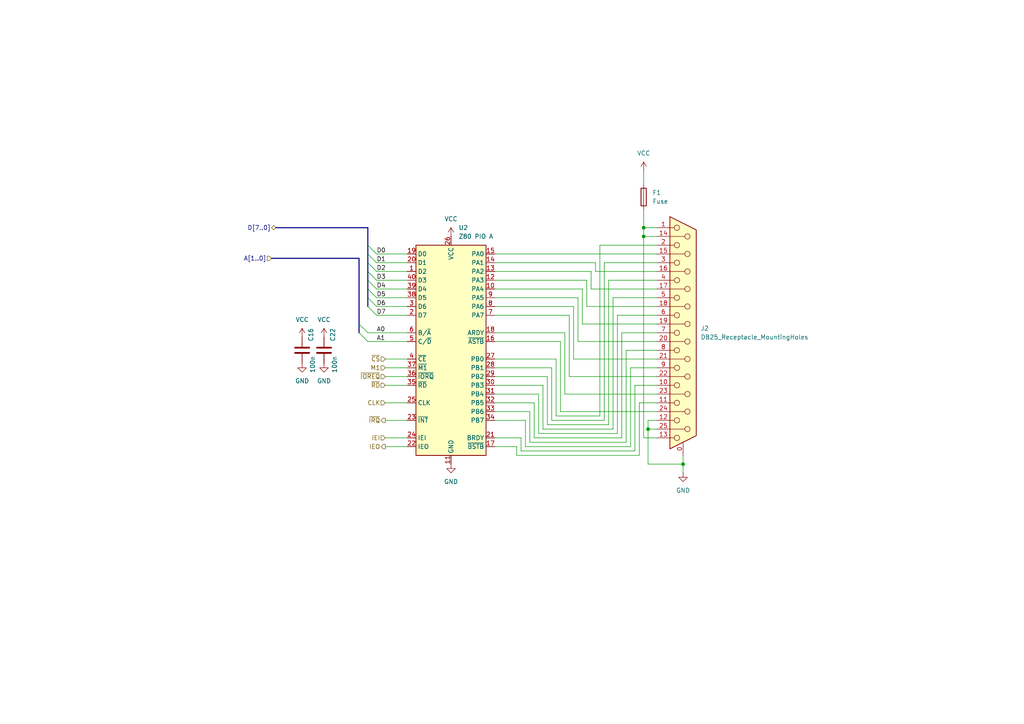
<source format=kicad_sch>
(kicad_sch (version 20250114) (generator "eeschema") (generator_version "9.0")
  (paper "A4")
  (title_block (title "User port") (date "2025-06-18") (rev "B") (company "A.K."))
  (lib_symbols
    (symbol "Connector:DB25_Receptacle_MountingHoles" (pin_names (offset 1.016) (hide yes))
      (property "Reference" "J" (at 0 36.83 0))
      (property "Value" "DB25_Receptacle_MountingHoles" (at 0 34.925 0))
      (symbol "DB25_Receptacle_MountingHoles_0_1"
        (polyline (pts (xy -3.81 33.655) (xy 3.81 29.845) (xy 3.81 -29.845) (xy -3.81 -33.655) (xy -3.81 33.655)) (stroke (width 0.254)) (fill (type background)))
        (polyline (pts (xy -3.81 30.48) (xy -2.54 30.48)))
        (polyline (pts (xy -3.81 27.94) (xy 0.508 27.94)))
        (polyline (pts (xy -3.81 25.4) (xy -2.54 25.4)))
        (polyline (pts (xy -3.81 22.86) (xy 0.508 22.86)))
        (polyline (pts (xy -3.81 20.32) (xy -2.54 20.32)))
        (polyline (pts (xy -3.81 17.78) (xy 0.508 17.78)))
        (polyline (pts (xy -3.81 15.24) (xy -2.54 15.24)))
        (polyline (pts (xy -3.81 12.7) (xy 0.508 12.7)))
        (polyline (pts (xy -3.81 10.16) (xy -2.54 10.16)))
        (polyline (pts (xy -3.81 7.62) (xy 0.508 7.62)))
        (polyline (pts (xy -3.81 5.08) (xy -2.54 5.08)))
        (polyline (pts (xy -3.81 2.54) (xy 0.508 2.54)))
        (polyline (pts (xy -3.81 0) (xy -2.54 0)))
        (polyline (pts (xy -3.81 -2.54) (xy 0.508 -2.54)))
        (polyline (pts (xy -3.81 -5.08) (xy -2.54 -5.08)))
        (polyline (pts (xy -3.81 -7.62) (xy 0.508 -7.62)))
        (polyline (pts (xy -3.81 -10.16) (xy -2.54 -10.16)))
        (polyline (pts (xy -3.81 -12.7) (xy 0.508 -12.7)))
        (polyline (pts (xy -3.81 -15.24) (xy -2.54 -15.24)))
        (polyline (pts (xy -3.81 -17.78) (xy 0.508 -17.78)))
        (polyline (pts (xy -3.81 -20.32) (xy -2.54 -20.32)))
        (polyline (pts (xy -3.81 -22.86) (xy 0.508 -22.86)))
        (polyline (pts (xy -3.81 -25.4) (xy -2.54 -25.4)))
        (polyline (pts (xy -3.81 -27.94) (xy 0.508 -27.94)))
        (polyline (pts (xy -3.81 -30.48) (xy -2.54 -30.48)))
        (circle (center -1.778 30.48) (radius 0.762))
        (circle (center -1.778 25.4) (radius 0.762))
        (circle (center -1.778 20.32) (radius 0.762))
        (circle (center -1.778 15.24) (radius 0.762))
        (circle (center -1.778 10.16) (radius 0.762))
        (circle (center -1.778 5.08) (radius 0.762))
        (circle (center -1.778 0) (radius 0.762))
        (circle (center -1.778 -5.08) (radius 0.762))
        (circle (center -1.778 -10.16) (radius 0.762))
        (circle (center -1.778 -15.24) (radius 0.762))
        (circle (center -1.778 -20.32) (radius 0.762))
        (circle (center -1.778 -25.4) (radius 0.762))
        (circle (center -1.778 -30.48) (radius 0.762))
        (circle (center 1.27 27.94) (radius 0.762))
        (circle (center 1.27 22.86) (radius 0.762))
        (circle (center 1.27 17.78) (radius 0.762))
        (circle (center 1.27 12.7) (radius 0.762))
        (circle (center 1.27 7.62) (radius 0.762))
        (circle (center 1.27 2.54) (radius 0.762))
        (circle (center 1.27 -2.54) (radius 0.762))
        (circle (center 1.27 -7.62) (radius 0.762))
        (circle (center 1.27 -12.7) (radius 0.762))
        (circle (center 1.27 -17.78) (radius 0.762))
        (circle (center 1.27 -22.86) (radius 0.762))
        (circle (center 1.27 -27.94) (radius 0.762))
      )
      (symbol "DB25_Receptacle_MountingHoles_1_1"
        (pin passive line (at -7.62 30.48 0) (length 3.81) (name "1") (number "1"))
        (pin passive line (at -7.62 27.94 0) (length 3.81) (name "P14") (number "14"))
        (pin passive line (at -7.62 25.4 0) (length 3.81) (name "2") (number "2"))
        (pin passive line (at -7.62 22.86 0) (length 3.81) (name "P15") (number "15"))
        (pin passive line (at -7.62 20.32 0) (length 3.81) (name "3") (number "3"))
        (pin passive line (at -7.62 17.78 0) (length 3.81) (name "P16") (number "16"))
        (pin passive line (at -7.62 15.24 0) (length 3.81) (name "4") (number "4"))
        (pin passive line (at -7.62 12.7 0) (length 3.81) (name "P17") (number "17"))
        (pin passive line (at -7.62 10.16 0) (length 3.81) (name "5") (number "5"))
        (pin passive line (at -7.62 7.62 0) (length 3.81) (name "P18") (number "18"))
        (pin passive line (at -7.62 5.08 0) (length 3.81) (name "6") (number "6"))
        (pin passive line (at -7.62 2.54 0) (length 3.81) (name "P19") (number "19"))
        (pin passive line (at -7.62 0 0) (length 3.81) (name "7") (number "7"))
        (pin passive line (at -7.62 -2.54 0) (length 3.81) (name "P20") (number "20"))
        (pin passive line (at -7.62 -5.08 0) (length 3.81) (name "8") (number "8"))
        (pin passive line (at -7.62 -7.62 0) (length 3.81) (name "P21") (number "21"))
        (pin passive line (at -7.62 -10.16 0) (length 3.81) (name "9") (number "9"))
        (pin passive line (at -7.62 -12.7 0) (length 3.81) (name "P22") (number "22"))
        (pin passive line (at -7.62 -15.24 0) (length 3.81) (name "10") (number "10"))
        (pin passive line (at -7.62 -17.78 0) (length 3.81) (name "P23") (number "23"))
        (pin passive line (at -7.62 -20.32 0) (length 3.81) (name "11") (number "11"))
        (pin passive line (at -7.62 -22.86 0) (length 3.81) (name "P24") (number "24"))
        (pin passive line (at -7.62 -25.4 0) (length 3.81) (name "12") (number "12"))
        (pin passive line (at -7.62 -27.94 0) (length 3.81) (name "P25") (number "25"))
        (pin passive line (at -7.62 -30.48 0) (length 3.81) (name "13") (number "13"))
        (pin passive line (at 0 -35.56 90) (length 3.81) (name "PAD") (number "0"))
      )
    )
    (symbol "Device:C" (pin_numbers (hide yes)) (pin_names (offset 0.254))
      (property "Reference" "C" (at 0.635 2.54 0))
      (property "Value" "C" (at 0.635 -2.54 0))
      (symbol "C_0_1"
        (polyline (pts (xy -2.032 0.762) (xy 2.032 0.762)) (stroke (width 0.508)))
        (polyline (pts (xy -2.032 -0.762) (xy 2.032 -0.762)) (stroke (width 0.508)))
      )
      (symbol "C_1_1"
        (pin passive line (at 0 3.81 270) (length 2.794) (name "~") (number "1"))
        (pin passive line (at 0 -3.81 90) (length 2.794) (name "~") (number "2"))
      )
    )
    (symbol "Device:Fuse" (pin_numbers (hide yes)) (pin_names (offset 0))
      (property "Reference" "F" (at 2.032 0 90))
      (property "Value" "Fuse" (at -1.905 0 90))
      (symbol "Fuse_0_1"
        (rectangle (start -0.762 -2.54) (end 0.762 2.54) (stroke (width 0.254)))
        (polyline (pts (xy 0 2.54) (xy 0 -2.54)))
      )
      (symbol "Fuse_1_1"
        (pin passive line (at 0 3.81 270) (length 1.27) (name "~") (number "1"))
        (pin passive line (at 0 -3.81 90) (length 1.27) (name "~") (number "2"))
      )
    )
    (symbol "Zilog_Z80_Peripherals:PIO-DIP-40"
      (property "Reference" "U" (at 0 1.27 0))
      (property "Value" "PIO-DIP-40" (at 13.97 1.27 0))
      (symbol "PIO-DIP-40_1_0"
        (rectangle (start 0 0) (end 20.32 -60.96) (stroke (width 0.254)) (fill (type background)))
      )
      (symbol "PIO-DIP-40_1_1"
        (pin bidirectional line (at -2.54 -2.54 0) (length 2.54) (name "D0") (number "19"))
        (pin bidirectional line (at -2.54 -5.08 0) (length 2.54) (name "D1") (number "20"))
        (pin bidirectional line (at -2.54 -7.62 0) (length 2.54) (name "D2") (number "1"))
        (pin bidirectional line (at -2.54 -10.16 0) (length 2.54) (name "D3") (number "40"))
        (pin bidirectional line (at -2.54 -12.7 0) (length 2.54) (name "D4") (number "39"))
        (pin bidirectional line (at -2.54 -15.24 0) (length 2.54) (name "D5") (number "38"))
        (pin bidirectional line (at -2.54 -17.78 0) (length 2.54) (name "D6") (number "3"))
        (pin bidirectional line (at -2.54 -20.32 0) (length 2.54) (name "D7") (number "2"))
        (pin input line (at -2.54 -25.4 0) (length 2.54) (name "B/~{A}") (number "6"))
        (pin input line (at -2.54 -27.94 0) (length 2.54) (name "C/~{D}") (number "5"))
        (pin input line (at -2.54 -33.02 0) (length 2.54) (name "~{CE}") (number "4"))
        (pin input line (at -2.54 -35.56 0) (length 2.54) (name "~{M1}") (number "37"))
        (pin input line (at -2.54 -38.1 0) (length 2.54) (name "~{IORQ}") (number "36"))
        (pin input line (at -2.54 -40.64 0) (length 2.54) (name "~{RD}") (number "35"))
        (pin input line (at -2.54 -45.72 0) (length 2.54) (name "CLK") (number "25"))
        (pin open_collector line (at -2.54 -50.8 0) (length 2.54) (name "~{INT}") (number "23"))
        (pin input line (at -2.54 -55.88 0) (length 2.54) (name "IEI") (number "24"))
        (pin output line (at -2.54 -58.42 0) (length 2.54) (name "IEO") (number "22"))
        (pin power_in line (at 10.16 2.54 270) (length 2.54) (name "VCC") (number "26"))
        (pin power_in line (at 10.16 -63.5 90) (length 2.54) (name "GND") (number "11"))
        (pin bidirectional line (at 22.86 -2.54 180) (length 2.54) (name "PA0") (number "15"))
        (pin bidirectional line (at 22.86 -5.08 180) (length 2.54) (name "PA1") (number "14"))
        (pin bidirectional line (at 22.86 -7.62 180) (length 2.54) (name "PA2") (number "13"))
        (pin bidirectional line (at 22.86 -10.16 180) (length 2.54) (name "PA3") (number "12"))
        (pin bidirectional line (at 22.86 -12.7 180) (length 2.54) (name "PA4") (number "10"))
        (pin bidirectional line (at 22.86 -15.24 180) (length 2.54) (name "PA5") (number "9"))
        (pin bidirectional line (at 22.86 -17.78 180) (length 2.54) (name "PA6") (number "8"))
        (pin bidirectional line (at 22.86 -20.32 180) (length 2.54) (name "PA7") (number "7"))
        (pin output line (at 22.86 -25.4 180) (length 2.54) (name "ARDY") (number "18"))
        (pin input line (at 22.86 -27.94 180) (length 2.54) (name "~{ASTB}") (number "16"))
        (pin bidirectional line (at 22.86 -33.02 180) (length 2.54) (name "PB0") (number "27"))
        (pin bidirectional line (at 22.86 -35.56 180) (length 2.54) (name "PB1") (number "28"))
        (pin bidirectional line (at 22.86 -38.1 180) (length 2.54) (name "PB2") (number "29"))
        (pin bidirectional line (at 22.86 -40.64 180) (length 2.54) (name "PB3") (number "30"))
        (pin bidirectional line (at 22.86 -43.18 180) (length 2.54) (name "PB4") (number "31"))
        (pin bidirectional line (at 22.86 -45.72 180) (length 2.54) (name "PB5") (number "32"))
        (pin bidirectional line (at 22.86 -48.26 180) (length 2.54) (name "PB6") (number "33"))
        (pin bidirectional line (at 22.86 -50.8 180) (length 2.54) (name "PB7") (number "34"))
        (pin output line (at 22.86 -55.88 180) (length 2.54) (name "BRDY") (number "21"))
        (pin input line (at 22.86 -58.42 180) (length 2.54) (name "~{BSTB}") (number "17"))
      )
    )
    (symbol "power:GND" (power) (pin_numbers (hide yes)) (pin_names (offset 0) (hide yes))
      (property "Value" "GND" (at 0 -3.81 0))
      (symbol "GND_0_1"
        (polyline (pts (xy 0 0) (xy 0 -1.27) (xy 1.27 -1.27) (xy 0 -2.54) (xy -1.27 -1.27) (xy 0 -1.27)))
      )
      (symbol "GND_1_1"
        (pin power_in line (at 0 0 270) (length 0) (name "~") (number "1"))
      )
    )
    (symbol "power:VCC" (power) (pin_numbers (hide yes)) (pin_names (offset 0) (hide yes))
      (property "Value" "VCC" (at 0 3.556 0))
      (symbol "VCC_0_1"
        (polyline (pts (xy -0.762 1.27) (xy 0 2.54)))
        (polyline (pts (xy 0 2.54) (xy 0.762 1.27)))
        (polyline (pts (xy 0 0) (xy 0 2.54)))
      )
      (symbol "VCC_1_1"
        (pin power_in line (at 0 0 90) (length 0) (name "~") (number "1"))
      )
    )
  )
  (junction (at 187.96 124.46))
  (junction (at 186.69 68.58))
  (junction (at 186.69 66.04))
  (junction (at 198.12 134.62))
  (bus_entry (at 106.68 76.2) (size 2.54 2.54))
  (bus_entry (at 106.68 86.36) (size 2.54 2.54))
  (bus_entry (at 106.68 83.82) (size 2.54 2.54))
  (bus_entry (at 106.68 81.28) (size 2.54 2.54))
  (bus_entry (at 106.68 88.9) (size 2.54 2.54))
  (bus_entry (at 106.68 71.12) (size 2.54 2.54))
  (bus_entry (at 106.68 73.66) (size 2.54 2.54))
  (bus_entry (at 106.68 78.74) (size 2.54 2.54))
  (bus_entry (at 104.14 93.98) (size 2.54 2.54))
  (bus_entry (at 104.14 96.52) (size 2.54 2.54))
  (wire (pts (xy 111.76 116.84) (xy 118.11 116.84)))
  (wire (pts (xy 190.5 127) (xy 186.69 127)))
  (wire (pts (xy 109.22 91.44) (xy 118.11 91.44)))
  (wire (pts (xy 106.68 99.06) (xy 118.11 99.06)))
  (wire (pts (xy 177.8 86.36) (xy 190.5 86.36)))
  (wire (pts (xy 198.12 132.08) (xy 198.12 134.62)))
  (wire (pts (xy 111.76 104.14) (xy 118.11 104.14)))
  (wire (pts (xy 176.53 81.28) (xy 176.53 123.19)))
  (wire (pts (xy 143.51 96.52) (xy 163.83 96.52)))
  (bus (pts (xy 106.68 86.36) (xy 106.68 88.9)))
  (wire (pts (xy 166.37 104.14) (xy 190.5 104.14)))
  (wire (pts (xy 163.83 114.3) (xy 190.5 114.3)))
  (wire (pts (xy 177.8 86.36) (xy 177.8 124.46)))
  (wire (pts (xy 172.72 78.74) (xy 190.5 78.74)))
  (wire (pts (xy 156.21 125.73) (xy 179.07 125.73)))
  (wire (pts (xy 172.72 76.2) (xy 172.72 78.74)))
  (wire (pts (xy 170.18 81.28) (xy 170.18 88.9)))
  (bus (pts (xy 106.68 73.66) (xy 106.68 76.2)))
  (bus (pts (xy 106.68 73.66) (xy 106.68 71.12)))
  (wire (pts (xy 151.13 127) (xy 151.13 130.81)))
  (wire (pts (xy 170.18 88.9) (xy 190.5 88.9)))
  (wire (pts (xy 176.53 81.28) (xy 190.5 81.28)))
  (wire (pts (xy 184.15 130.81) (xy 184.15 111.76)))
  (wire (pts (xy 143.51 116.84) (xy 154.94 116.84)))
  (wire (pts (xy 109.22 73.66) (xy 118.11 73.66)))
  (wire (pts (xy 143.51 76.2) (xy 172.72 76.2)))
  (wire (pts (xy 111.76 129.54) (xy 118.11 129.54)))
  (wire (pts (xy 186.69 127) (xy 186.69 68.58)))
  (wire (pts (xy 160.02 106.68) (xy 160.02 121.92)))
  (wire (pts (xy 179.07 91.44) (xy 179.07 125.73)))
  (wire (pts (xy 143.51 106.68) (xy 160.02 106.68)))
  (wire (pts (xy 143.51 114.3) (xy 156.21 114.3)))
  (wire (pts (xy 111.76 127) (xy 118.11 127)))
  (wire (pts (xy 175.26 76.2) (xy 175.26 121.92)))
  (wire (pts (xy 186.69 68.58) (xy 190.5 68.58)))
  (wire (pts (xy 158.75 123.19) (xy 176.53 123.19)))
  (bus (pts (xy 106.68 83.82) (xy 106.68 86.36)))
  (wire (pts (xy 171.45 78.74) (xy 171.45 83.82)))
  (wire (pts (xy 179.07 91.44) (xy 190.5 91.44)))
  (wire (pts (xy 181.61 101.6) (xy 181.61 128.27)))
  (wire (pts (xy 171.45 83.82) (xy 190.5 83.82)))
  (wire (pts (xy 168.91 83.82) (xy 168.91 93.98)))
  (wire (pts (xy 180.34 96.52) (xy 180.34 127)))
  (wire (pts (xy 154.94 127) (xy 180.34 127)))
  (wire (pts (xy 162.56 99.06) (xy 162.56 119.38)))
  (wire (pts (xy 167.64 86.36) (xy 167.64 99.06)))
  (wire (pts (xy 165.1 91.44) (xy 165.1 109.22)))
  (wire (pts (xy 173.99 71.12) (xy 190.5 71.12)))
  (wire (pts (xy 182.88 106.68) (xy 190.5 106.68)))
  (wire (pts (xy 149.86 132.08) (xy 185.42 132.08)))
  (wire (pts (xy 143.51 91.44) (xy 165.1 91.44)))
  (wire (pts (xy 106.68 96.52) (xy 118.11 96.52)))
  (wire (pts (xy 152.4 129.54) (xy 182.88 129.54)))
  (wire (pts (xy 143.51 73.66) (xy 190.5 73.66)))
  (wire (pts (xy 175.26 76.2) (xy 190.5 76.2)))
  (wire (pts (xy 185.42 116.84) (xy 190.5 116.84)))
  (wire (pts (xy 143.51 83.82) (xy 168.91 83.82)))
  (wire (pts (xy 161.29 104.14) (xy 161.29 120.65)))
  (wire (pts (xy 165.1 109.22) (xy 190.5 109.22)))
  (wire (pts (xy 182.88 129.54) (xy 182.88 106.68)))
  (wire (pts (xy 173.99 71.12) (xy 173.99 120.65)))
  (wire (pts (xy 143.51 119.38) (xy 153.67 119.38)))
  (wire (pts (xy 143.51 111.76) (xy 157.48 111.76)))
  (wire (pts (xy 158.75 109.22) (xy 158.75 123.19)))
  (bus (pts (xy 78.74 74.93) (xy 104.14 74.93)))
  (wire (pts (xy 168.91 93.98) (xy 190.5 93.98)))
  (wire (pts (xy 161.29 120.65) (xy 173.99 120.65)))
  (wire (pts (xy 111.76 109.22) (xy 118.11 109.22)))
  (wire (pts (xy 187.96 121.92) (xy 190.5 121.92)))
  (wire (pts (xy 143.51 78.74) (xy 171.45 78.74)))
  (bus (pts (xy 104.14 93.98) (xy 104.14 96.52)))
  (wire (pts (xy 109.22 78.74) (xy 118.11 78.74)))
  (wire (pts (xy 111.76 121.92) (xy 118.11 121.92)))
  (wire (pts (xy 143.51 127) (xy 151.13 127)))
  (wire (pts (xy 184.15 111.76) (xy 190.5 111.76)))
  (wire (pts (xy 187.96 124.46) (xy 190.5 124.46)))
  (wire (pts (xy 167.64 99.06) (xy 190.5 99.06)))
  (wire (pts (xy 160.02 121.92) (xy 175.26 121.92)))
  (wire (pts (xy 143.51 121.92) (xy 152.4 121.92)))
  (wire (pts (xy 109.22 86.36) (xy 118.11 86.36)))
  (wire (pts (xy 151.13 130.81) (xy 184.15 130.81)))
  (wire (pts (xy 190.5 66.04) (xy 186.69 66.04)))
  (wire (pts (xy 198.12 134.62) (xy 198.12 137.16)))
  (wire (pts (xy 143.51 104.14) (xy 161.29 104.14)))
  (wire (pts (xy 187.96 124.46) (xy 187.96 134.62)))
  (wire (pts (xy 143.51 81.28) (xy 170.18 81.28)))
  (wire (pts (xy 156.21 114.3) (xy 156.21 125.73)))
  (wire (pts (xy 157.48 124.46) (xy 177.8 124.46)))
  (wire (pts (xy 154.94 116.84) (xy 154.94 127)))
  (wire (pts (xy 186.69 66.04) (xy 186.69 68.58)))
  (bus (pts (xy 106.68 71.12) (xy 106.68 66.04)))
  (wire (pts (xy 143.51 99.06) (xy 162.56 99.06)))
  (wire (pts (xy 153.67 128.27) (xy 181.61 128.27)))
  (wire (pts (xy 162.56 119.38) (xy 190.5 119.38)))
  (wire (pts (xy 111.76 111.76) (xy 118.11 111.76)))
  (wire (pts (xy 152.4 121.92) (xy 152.4 129.54)))
  (wire (pts (xy 143.51 88.9) (xy 166.37 88.9)))
  (wire (pts (xy 186.69 49.53) (xy 186.69 53.34)))
  (wire (pts (xy 198.12 134.62) (xy 187.96 134.62)))
  (wire (pts (xy 143.51 109.22) (xy 158.75 109.22)))
  (wire (pts (xy 109.22 76.2) (xy 118.11 76.2)))
  (wire (pts (xy 153.67 119.38) (xy 153.67 128.27)))
  (bus (pts (xy 106.68 81.28) (xy 106.68 83.82)))
  (wire (pts (xy 143.51 129.54) (xy 149.86 129.54)))
  (bus (pts (xy 106.68 78.74) (xy 106.68 81.28)))
  (wire (pts (xy 157.48 111.76) (xy 157.48 124.46)))
  (wire (pts (xy 109.22 88.9) (xy 118.11 88.9)))
  (wire (pts (xy 163.83 96.52) (xy 163.83 114.3)))
  (wire (pts (xy 181.61 101.6) (xy 190.5 101.6)))
  (wire (pts (xy 166.37 88.9) (xy 166.37 104.14)))
  (bus (pts (xy 106.68 76.2) (xy 106.68 78.74)))
  (wire (pts (xy 187.96 124.46) (xy 187.96 121.92)))
  (wire (pts (xy 185.42 132.08) (xy 185.42 116.84)))
  (wire (pts (xy 186.69 60.96) (xy 186.69 66.04)))
  (bus (pts (xy 104.14 74.93) (xy 104.14 93.98)))
  (wire (pts (xy 149.86 129.54) (xy 149.86 132.08)))
  (wire (pts (xy 109.22 81.28) (xy 118.11 81.28)))
  (wire (pts (xy 143.51 86.36) (xy 167.64 86.36)))
  (wire (pts (xy 109.22 83.82) (xy 118.11 83.82)))
  (wire (pts (xy 111.76 106.68) (xy 118.11 106.68)))
  (bus (pts (xy 80.01 66.04) (xy 106.68 66.04)))
  (wire (pts (xy 180.34 96.52) (xy 190.5 96.52)))
  (label "A1" (at 109.22 99.06 0))
  (label "D3" (at 109.22 81.28 0))
  (label "D5" (at 109.22 86.36 0))
  (label "D4" (at 109.22 83.82 0))
  (label "D1" (at 109.22 76.2 0))
  (label "D2" (at 109.22 78.74 0))
  (label "D6" (at 109.22 88.9 0))
  (label "A0" (at 109.22 96.52 0))
  (label "D7" (at 109.22 91.44 0))
  (label "D0" (at 109.22 73.66 0))
  (hierarchical_label "D[7..0]" (shape bidirectional) (at 80.01 66.04 180))
  (hierarchical_label "IEI" (shape input) (at 111.76 127 180))
  (hierarchical_label "~{CS}" (shape input) (at 111.76 104.14 180))
  (hierarchical_label "CLK" (shape input) (at 111.76 116.84 180))
  (hierarchical_label "A[1..0]" (shape input) (at 78.74 74.93 180))
  (hierarchical_label "M1" (shape input) (at 111.76 106.68 180))
  (hierarchical_label "~{RD}" (shape input) (at 111.76 111.76 180))
  (hierarchical_label "IEO" (shape output) (at 111.76 129.54 180))
  (hierarchical_label "~{IRQ}" (shape output) (at 111.76 121.92 180))
  (hierarchical_label "~{IOREQ}" (shape input) (at 111.76 109.22 180))
  (symbol (lib_id "power:VCC") (at 87.63 97.79 0) (unit 1)
    (property "Reference" "#PWR056" (effects (hide yes)))
    (property "Value" "VCC" (at 87.63 92.71 0))
    (property "Description" "Power symbol creates a global label with name \"VCC\"" (effects (hide yes)))
  )
  (symbol (lib_id "power:GND") (at 93.98 105.41 0) (unit 1)
    (property "Reference" "#PWR083" (effects (hide yes)))
    (property "Value" "GND" (at 93.98 110.49 0))
    (property "Description" "Power symbol creates a global label with name \"GND\" , ground" (effects (hide yes)))
  )
  (symbol (lib_id "Device:Fuse") (at 186.69 57.15 180) (unit 1)
    (property "Reference" "F1" (at 189.23 55.8799 0) (effects (justify right)))
    (property "Value" "Fuse" (at 189.23 58.4199 0) (effects (justify right)))
    (property "Footprint" "PCM_Fuse_AKL:Fuse_Littelfuse_395Series" (effects (hide yes)))
    (property "Description" "Fuse" (effects (hide yes)))
  )
  (symbol (lib_id "power:GND") (at 198.12 137.16 0) (unit 1)
    (property "Reference" "#PWR011" (effects (hide yes)))
    (property "Value" "GND" (at 198.12 142.24 0))
    (property "Description" "Power symbol creates a global label with name \"GND\" , ground" (effects (hide yes)))
  )
  (symbol (lib_id "Connector:DB25_Receptacle_MountingHoles") (at 198.12 96.52 0) (unit 1)
    (property "Reference" "J2" (at 203.2 95.2499 0) (effects (justify left)))
    (property "Value" "DB25_Receptacle_MountingHoles" (at 203.2 97.7899 0) (effects (justify left)))
    (property "Footprint" "Connector_Dsub:DSUB-25_Pins_Horizontal_P2.77x2.84mm_EdgePinOffset4.94mm_Housed_MountingHolesOffset4.94mm" (effects (hide yes)))
    (property "Description" "25-pin female receptacle socket D-SUB connector, Mounting Hole" (effects (hide yes)))
  )
  (symbol (lib_id "power:GND") (at 130.81 134.62 0) (unit 1)
    (property "Reference" "#PWR013" (effects (hide yes)))
    (property "Value" "GND" (at 130.81 139.7 0))
    (property "Description" "Power symbol creates a global label with name \"GND\" , ground" (effects (hide yes)))
  )
  (symbol (lib_id "Zilog_Z80_Peripherals:PIO-DIP-40") (at 120.65 71.12 0) (unit 1)
    (property "Reference" "U2" (at 133.0041 66.04 0) (effects (justify left)))
    (property "Value" "Z80 PIO A" (at 133.0041 68.58 0) (effects (justify left)))
    (property "Footprint" "Package_DIP:DIP-40_W15.24mm" (effects (hide yes)))
    (property "Datasheet" "https://www.zilog.com/appnotes_download.php?FromPage=DirectLink&dn=PS0180&ft=Product%20Specification%20(Data%20Sheet)%20%20&f=YUhSMGNEb3ZMM2QzZHk1NmFXeHZaeTVqYjIwdlpHOWpjeTk2T0RBdmNITXdNVGd3TG5Ca1pnPT0=" (effects (hide yes)))
    (property "Description" "ZILOG PIO DIP-40 Z84C20 Z8420" (effects (hide yes)))
  )
  (symbol (lib_id "power:VCC") (at 93.98 97.79 0) (unit 1)
    (property "Reference" "#PWR015" (effects (hide yes)))
    (property "Value" "VCC" (at 93.98 92.71 0))
    (property "Description" "Power symbol creates a global label with name \"VCC\"" (effects (hide yes)))
  )
  (symbol (lib_id "Device:C") (at 87.63 101.6 0) (unit 1)
    (property "Reference" "C16" (at 90.17 99.06 90) (effects (justify left)))
    (property "Value" "100n" (at 90.678 108.204 90) (effects (justify left)))
    (property "Footprint" "Capacitor_THT:C_Disc_D5.0mm_W2.5mm_P2.50mm" (effects (hide yes)))
    (property "Description" "Unpolarized capacitor" (effects (hide yes)))
  )
  (symbol (lib_id "Device:C") (at 93.98 101.6 0) (unit 1)
    (property "Reference" "C22" (at 96.52 99.06 90) (effects (justify left)))
    (property "Value" "100n" (at 97.028 108.204 90) (effects (justify left)))
    (property "Footprint" "Capacitor_THT:C_Disc_D5.0mm_W2.5mm_P2.50mm" (effects (hide yes)))
    (property "Description" "Unpolarized capacitor" (effects (hide yes)))
  )
  (symbol (lib_id "power:VCC") (at 130.81 68.58 0) (unit 1)
    (property "Reference" "#PWR010" (effects (hide yes)))
    (property "Value" "VCC" (at 130.81 63.5 0))
    (property "Description" "Power symbol creates a global label with name \"VCC\"" (effects (hide yes)))
  )
  (symbol (lib_id "power:GND") (at 87.63 105.41 0) (unit 1)
    (property "Reference" "#PWR058" (effects (hide yes)))
    (property "Value" "GND" (at 87.63 110.49 0))
    (property "Description" "Power symbol creates a global label with name \"GND\" , ground" (effects (hide yes)))
  )
  (symbol (lib_id "power:VCC") (at 186.69 49.53 0) (unit 1)
    (property "Reference" "#PWR012" (effects (hide yes)))
    (property "Value" "VCC" (at 186.69 44.45 0))
    (property "Description" "Power symbol creates a global label with name \"VCC\"" (effects (hide yes)))
  )
)
</source>
